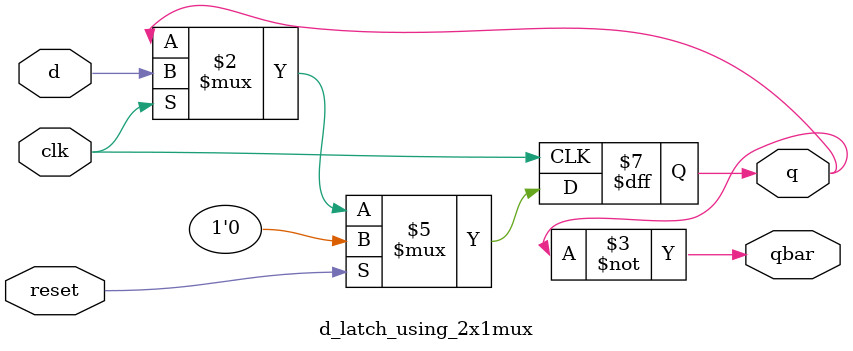
<source format=v>
`timescale 1ns / 1ps


module d_latch_using_2x1mux(input clk,input reset, input d,output reg q,output wire qbar );
always@(posedge clk)
begin
    if(reset)
    q<=1'b0;
    else
    q=clk?d:q;

end
assign qbar=~q;
endmodule

</source>
